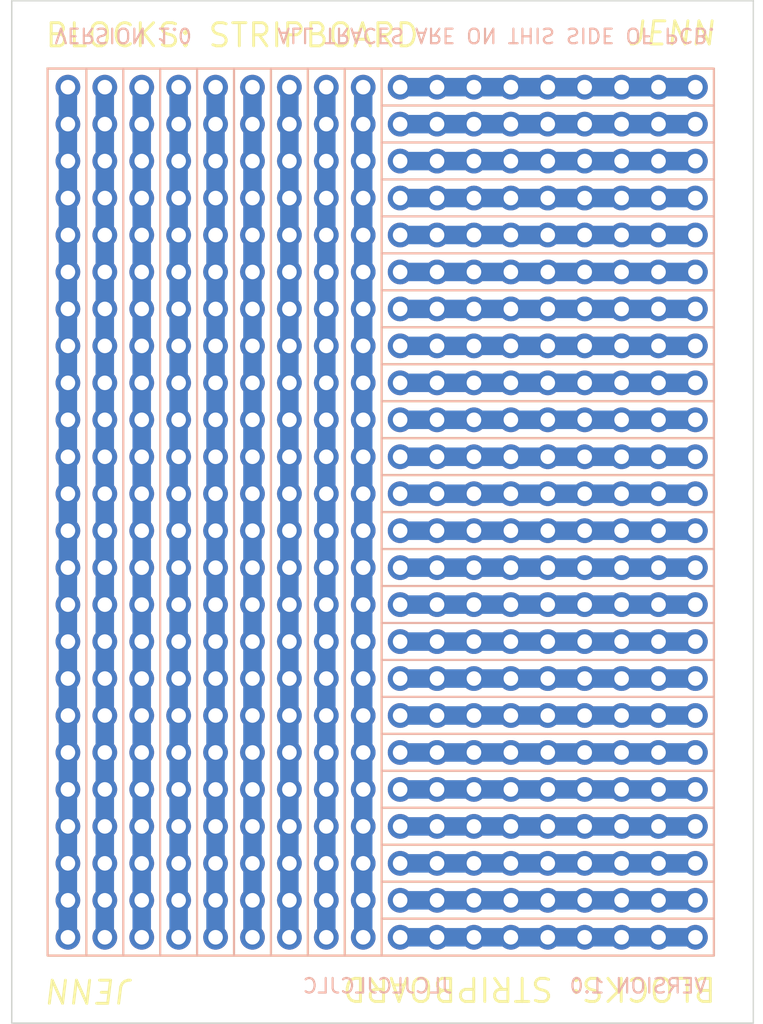
<source format=kicad_pcb>
(kicad_pcb (version 20211014) (generator pcbnew)
  (layers (0 "F.Cu" signal) (31 "B.Cu" signal) (34 "B.Paste" user) (35 "F.Paste" user) (36 "B.SilkS" user "B.Silkscreen") (37 "F.SilkS" user "F.Silkscreen") (38 "B.Mask" user) (39 "F.Mask" user) (44 "Edge.Cuts" user))
  (net 0 "")
  (net 1 "Net-(J12-Pad1)")
  (net 2 "Net-(J13-Pad1)")
  (net 3 "Net-(J17-Pad1)")
  (net 4 "Net-(J18-Pad1)")
  (net 5 "Net-(J10-Pad1)")
  (net 6 "Net-(J11-Pad1)")
  (net 7 "Net-(J14-Pad1)")
  (net 8 "Net-(J15-Pad1)")
  (net 9 "Net-(J16-Pad1)")
  (net 10 "Net-(J5-Pad1)")
  (net 11 "Net-(J5-Pad2)")
  (net 12 "Net-(J5-Pad3)")
  (net 13 "Net-(J5-Pad5)")
  (net 14 "Net-(J8-Pad4)")
  (net 15 "Net-(J8-Pad6)")
  (net 16 "Net-(J8-Pad7)")
  (net 17 "Net-(J8-Pad8)")
  (net 18 "Net-(J8-Pad9)")
  (net 19 "Net-(J8-Pad10)")
  (net 20 "Net-(J8-Pad11)")
  (net 21 "Net-(J8-Pad12)")
  (net 22 "Net-(J8-Pad13)")
  (net 23 "Net-(J8-Pad14)")
  (net 24 "Net-(J8-Pad15)")
  (net 25 "Net-(J8-Pad16)")
  (net 26 "Net-(J8-Pad17)")
  (net 27 "Net-(J8-Pad18)")
  (net 28 "Net-(J8-Pad19)")
  (net 29 "Net-(J8-Pad20)")
  (net 30 "Net-(J8-Pad21)")
  (net 31 "Net-(J8-Pad22)")
  (net 32 "Net-(J8-Pad23)")
  (net 33 "Net-(J8-Pad24)")
  (footprint "A_Personal:Stripboard_1x24_P2.54mm_Vertical" (layer "F.Cu") (at 132.08 50.81)
    (fp_text reference "J15" hide)
    (fp_text value "Conn_01x24")
  )
  (footprint "A_Personal:Stripboard_1x24_P2.54mm_Vertical" (layer "F.Cu") (at 160.02 50.81)
    (fp_text reference "J4" hide)
    (fp_text value "Conn_01x24")
  )
  (footprint "A_Personal:Stripboard_1x24_P2.54mm_Vertical" (layer "F.Cu") (at 134.62 50.81)
    (fp_text reference "J14" hide)
    (fp_text value "Conn_01x24")
  )
  (footprint "A_Personal:Stripboard_1x24_P2.54mm_Vertical" (layer "F.Cu") (at 157.48 50.81)
    (fp_text reference "J5" hide)
    (fp_text value "Conn_01x24")
  )
  (footprint "A_Personal:Stripboard_1x24_P2.54mm_Vertical" (layer "F.Cu") (at 124.46 50.81)
    (fp_text reference "J18" hide)
    (fp_text value "Conn_01x24")
  )
  (footprint "A_Personal:Stripboard_1x24_P2.54mm_Vertical" (layer "F.Cu") (at 149.86 50.81)
    (fp_text reference "J8" hide)
    (fp_text value "Conn_01x24")
  )
  (footprint "A_Personal:Stripboard_1x24_P2.54mm_Vertical" (layer "F.Cu") (at 129.54 50.81)
    (fp_text reference "J16" hide)
    (fp_text value "Conn_01x24")
  )
  (footprint "A_Personal:Stripboard_1x24_P2.54mm_Vertical" (layer "F.Cu") (at 162.56 50.81)
    (fp_text reference "J3" hide)
    (fp_text value "Conn_01x24")
  )
  (footprint "A_Personal:Stripboard_1x24_P2.54mm_Vertical" (layer "F.Cu") (at 152.4 50.81)
    (fp_text reference "J7" hide)
    (fp_text value "Conn_01x24")
  )
  (footprint "A_Personal:Stripboard_1x24_P2.54mm_Vertical" (layer "F.Cu") (at 165.1 50.81)
    (fp_text reference "J2" hide)
    (fp_text value "Conn_01x24")
  )
  (footprint "A_Personal:Stripboard_1x24_P2.54mm_Vertical" (layer "F.Cu") (at 127 50.81)
    (fp_text reference "J17" hide)
    (fp_text value "Conn_01x24")
  )
  (footprint "A_Personal:Stripboard_1x24_P2.54mm_Vertical" (layer "F.Cu") (at 147.32 50.81)
    (fp_text reference "J9" hide)
    (fp_text value "Conn_01x24")
  )
  (footprint "A_Personal:Stripboard_1x24_P2.54mm_Vertical" (layer "F.Cu") (at 144.78 50.81)
    (fp_text reference "J10" hide)
    (fp_text value "Conn_01x24")
  )
  (footprint "A_Personal:Stripboard_1x24_P2.54mm_Vertical" (layer "F.Cu") (at 139.7 50.81)
    (fp_text reference "J12" hide)
    (fp_text value "Conn_01x24")
  )
  (footprint "A_Personal:Stripboard_1x24_P2.54mm_Vertical" (layer "F.Cu") (at 137.16 50.81)
    (fp_text reference "J13" hide)
    (fp_text value "Conn_01x24")
  )
  (footprint "A_Personal:Stripboard_1x24_P2.54mm_Vertical" (layer "F.Cu") (at 154.94 50.81)
    (fp_text reference "J6" hide)
    (fp_text value "Conn_01x24")
  )
  (footprint "A_Personal:Stripboard_1x24_P2.54mm_Vertical" (layer "F.Cu") (at 167.64 50.81)
    (fp_text reference "J1" hide)
    (fp_text value "Conn_01x24")
  )
  (footprint "A_Personal:Stripboard_1x24_P2.54mm_Vertical" (layer "F.Cu") (at 142.24 50.81)
    (fp_text reference "J11" hide)
    (fp_text value "Conn_01x24")
  )
  (gr_line (start 146.05 57.15) (end 168.91 57.15) (layer "B.SilkS") (width 0.15))
  (gr_line (start 138.43 49.53) (end 138.43 110.49) (layer "B.SilkS") (width 0.15))
  (gr_line (start 128.27 49.53) (end 128.27 110.49) (layer "B.SilkS") (width 0.15))
  (gr_line (start 146.05 82.55) (end 168.91 82.55) (layer "B.SilkS") (width 0.15))
  (gr_line (start 146.05 52.07) (end 168.91 52.07) (layer "B.SilkS") (width 0.15))
  (gr_line (start 146.05 105.41) (end 168.91 105.41) (layer "B.SilkS") (width 0.15))
  (gr_line (start 146.05 74.93) (end 168.91 74.93) (layer "B.SilkS") (width 0.15))
  (gr_line (start 133.35 49.53) (end 133.35 110.49) (layer "B.SilkS") (width 0.15))
  (gr_line (start 146.05 69.85) (end 168.91 69.85) (layer "B.SilkS") (width 0.15))
  (gr_line (start 146.05 72.39) (end 168.91 72.39) (layer "B.SilkS") (width 0.15))
  (gr_line (start 146.05 87.63) (end 168.91 87.63) (layer "B.SilkS") (width 0.15))
  (gr_line (start 146.05 49.53) (end 146.05 110.49) (layer "B.SilkS") (width 0.15))
  (gr_line (start 146.05 90.17) (end 168.91 90.17) (layer "B.SilkS") (width 0.15))
  (gr_line (start 146.05 85.09) (end 168.91 85.09) (layer "B.SilkS") (width 0.15))
  (gr_line (start 146.05 59.69) (end 168.91 59.69) (layer "B.SilkS") (width 0.15))
  (gr_line (start 146.05 92.71) (end 168.91 92.71) (layer "B.SilkS") (width 0.15))
  (gr_line (start 146.05 102.87) (end 168.91 102.87) (layer "B.SilkS") (width 0.15))
  (gr_line (start 143.51 49.53) (end 143.51 110.49) (layer "B.SilkS") (width 0.15))
  (gr_line (start 146.05 80.01) (end 168.91 80.01) (layer "B.SilkS") (width 0.15))
  (gr_line (start 146.05 97.79) (end 168.91 97.79) (layer "B.SilkS") (width 0.15))
  (gr_line (start 146.05 62.23) (end 168.91 62.23) (layer "B.SilkS") (width 0.15))
  (gr_rect (start 123.063 49.53) (end 168.91 110.49) (layer "B.SilkS") (width 0.15) (fill none))
  (gr_line (start 146.05 95.25) (end 168.91 95.25) (layer "B.SilkS") (width 0.15))
  (gr_line (start 146.05 77.47) (end 168.91 77.47) (layer "B.SilkS") (width 0.15))
  (gr_line (start 140.97 49.53) (end 140.97 110.49) (layer "B.SilkS") (width 0.15))
  (gr_line (start 146.05 64.77) (end 168.91 64.77) (layer "B.SilkS") (width 0.15))
  (gr_line (start 125.73 49.53) (end 125.73 110.49) (layer "B.SilkS") (width 0.15))
  (gr_line (start 146.05 67.31) (end 168.91 67.31) (layer "B.SilkS") (width 0.15))
  (gr_line (start 130.81 49.53) (end 130.81 110.49) (layer "B.SilkS") (width 0.15))
  (gr_line (start 146.05 100.33) (end 168.91 100.33) (layer "B.SilkS") (width 0.15))
  (gr_line (start 135.89 49.53) (end 135.89 110.49) (layer "B.SilkS") (width 0.15))
  (gr_line (start 146.05 54.61) (end 168.91 54.61) (layer "B.SilkS") (width 0.15))
  (gr_line (start 146.05 107.95) (end 168.91 107.95) (layer "B.SilkS") (width 0.15))
  (gr_line (start 146.05 102.87) (end 168.91 102.87) (layer "F.SilkS") (width 0.15))
  (gr_line (start 146.05 90.17) (end 168.91 90.17) (layer "F.SilkS") (width 0.15))
  (gr_line (start 146.05 85.09) (end 168.91 85.09) (layer "F.SilkS") (width 0.15))
  (gr_line (start 125.73 49.53) (end 125.73 110.49) (layer "F.SilkS") (width 0.15))
  (gr_line (start 146.05 49.53) (end 146.05 110.49) (layer "F.SilkS") (width 0.15))
  (gr_line (start 146.05 92.71) (end 168.91 92.71) (layer "F.SilkS") (width 0.15))
  (gr_line (start 146.05 77.47) (end 168.91 77.47) (layer "F.SilkS") (width 0.15))
  (gr_line (start 140.97 49.53) (end 140.97 110.49) (layer "F.SilkS") (width 0.15))
  (gr_line (start 140.97 49.53) (end 140.97 110.49) (layer "F.SilkS") (width 0.15))
  (gr_line (start 146.05 69.85) (end 168.91 69.85) (layer "F.SilkS") (width 0.15))
  (gr_line (start 133.35 49.53) (end 133.35 110.49) (layer "F.SilkS") (width 0.15))
  (gr_line (start 146.05 102.87) (end 168.91 102.87) (layer "F.SilkS") (width 0.15))
  (gr_line (start 146.05 54.61) (end 168.91 54.61) (layer "F.SilkS") (width 0.15))
  (gr_line (start 138.43 49.53) (end 138.43 110.49) (layer "F.SilkS") (width 0.15))
  (gr_line (start 146.05 95.25) (end 168.91 95.25) (layer "F.SilkS") (width 0.15))
  (gr_line (start 146.05 107.95) (end 168.91 107.95) (layer "F.SilkS") (width 0.15))
  (gr_line (start 146.05 67.31) (end 168.91 67.31) (layer "F.SilkS") (width 0.15))
  (gr_line (start 146.05 82.55) (end 168.91 82.55) (layer "F.SilkS") (width 0.15))
  (gr_rect (start 123.063 49.53) (end 168.91 110.49) (layer "F.SilkS") (width 0.15) (fill none))
  (gr_line (start 146.05 92.71) (end 168.91 92.71) (layer "F.SilkS") (width 0.15))
  (gr_line (start 146.05 64.77) (end 168.91 64.77) (layer "F.SilkS") (width 0.15))
  (gr_line (start 146.05 80.01) (end 168.91 80.01) (layer "F.SilkS") (width 0.15))
  (gr_line (start 143.51 49.53) (end 143.51 110.49) (layer "F.SilkS") (width 0.15))
  (gr_line (start 146.05 59.69) (end 168.91 59.69) (layer "F.SilkS") (width 0.15))
  (gr_line (start 146.05 105.41) (end 168.91 105.41) (layer "F.SilkS") (width 0.15))
  (gr_line (start 146.05 85.09) (end 168.91 85.09) (layer "F.SilkS") (width 0.15))
  (gr_line (start 146.05 59.69) (end 168.91 59.69) (layer "F.SilkS") (width 0.15))
  (gr_line (start 146.05 52.07) (end 168.91 52.07) (layer "F.SilkS") (width 0.15))
  (gr_line (start 146.05 62.23) (end 168.91 62.23) (layer "F.SilkS") (width 0.15))
  (gr_line (start 146.05 100.33) (end 168.91 100.33) (layer "F.SilkS") (width 0.15))
  (gr_line (start 146.05 105.41) (end 168.91 105.41) (layer "F.SilkS") (width 0.15))
  (gr_line (start 143.51 49.53) (end 143.51 110.49) (layer "F.SilkS") (width 0.15))
  (gr_line (start 146.05 90.17) (end 168.91 90.17) (layer "F.SilkS") (width 0.15))
  (gr_line (start 146.05 67.31) (end 168.91 67.31) (layer "F.SilkS") (width 0.15))
  (gr_line (start 146.05 74.93) (end 168.91 74.93) (layer "F.SilkS") (width 0.15))
  (gr_line (start 146.05 82.55) (end 168.91 82.55) (layer "F.SilkS") (width 0.15))
  (gr_line (start 146.558 97.79) (end 168.91 97.79) (layer "F.SilkS") (width 0.15))
  (gr_line (start 146.05 100.33) (end 168.91 100.33) (layer "F.SilkS") (width 0.15))
  (gr_line (start 128.27 49.53) (end 128.27 110.49) (layer "F.SilkS") (width 0.15))
  (gr_line (start 146.05 77.47) (end 168.91 77.47) (layer "F.SilkS") (width 0.15))
  (gr_line (start 146.05 62.23) (end 168.91 62.23) (layer "F.SilkS") (width 0.15))
  (gr_line (start 146.05 97.79) (end 168.91 97.79) (layer "F.SilkS") (width 0.15))
  (gr_rect (start 123.063 49.53) (end 168.91 110.49) (layer "F.SilkS") (width 0.15) (fill none))
  (gr_line (start 130.81 49.53) (end 130.81 110.49) (layer "F.SilkS") (width 0.15))
  (gr_line (start 146.05 95.25) (end 168.91 95.25) (layer "F.SilkS") (width 0.15))
  (gr_line (start 146.05 87.63) (end 168.91 87.63) (layer "F.SilkS") (width 0.15))
  (gr_line (start 135.89 49.53) (end 135.89 110.49) (layer "F.SilkS") (width 0.15))
  (gr_line (start 146.05 72.39) (end 168.91 72.39) (layer "F.SilkS") (width 0.15))
  (gr_line (start 146.05 64.77) (end 168.91 64.77) (layer "F.SilkS") (width 0.15))
  (gr_line (start 146.05 74.93) (end 168.91 74.93) (layer "F.SilkS") (width 0.15))
  (gr_line (start 146.05 54.61) (end 168.91 54.61) (layer "F.SilkS") (width 0.15))
  (gr_line (start 146.05 57.15) (end 168.91 57.15) (layer "F.SilkS") (width 0.15))
  (gr_line (start 146.05 72.39) (end 168.91 72.39) (layer "F.SilkS") (width 0.15))
  (gr_line (start 146.05 69.85) (end 168.91 69.85) (layer "F.SilkS") (width 0.15))
  (gr_line (start 135.89 49.53) (end 135.89 110.49) (layer "F.SilkS") (width 0.15))
  (gr_line (start 146.05 107.95) (end 168.91 107.95) (layer "F.SilkS") (width 0.15))
  (gr_line (start 133.35 49.53) (end 133.35 110.49) (layer "F.SilkS") (width 0.15))
  (gr_line (start 146.05 49.53) (end 146.05 110.49) (layer "F.SilkS") (width 0.15))
  (gr_line (start 146.05 57.15) (end 168.91 57.15) (layer "F.SilkS") (width 0.15))
  (gr_line (start 128.27 49.53) (end 128.27 110.49) (layer "F.SilkS") (width 0.15))
  (gr_line (start 146.05 87.63) (end 168.91 87.63) (layer "F.SilkS") (width 0.15))
  (gr_line (start 146.05 80.01) (end 168.91 80.01) (layer "F.SilkS") (width 0.15))
  (gr_line (start 130.81 49.53) (end 130.81 110.49) (layer "F.SilkS") (width 0.15))
  (gr_line (start 125.73 49.53) (end 125.73 110.49) (layer "F.SilkS") (width 0.15))
  (gr_line (start 146.05 52.07) (end 168.91 52.07) (layer "F.SilkS") (width 0.15))
  (gr_line (start 138.43 49.53) (end 138.43 110.49) (layer "F.SilkS") (width 0.15))
  (gr_rect (start 120.59619 44.87) (end 171.62381 115.128521) (layer "Edge.Cuts") (width 0.1) (fill none))
  (gr_text "VERSION 1.0" (at 128.27 47.244 180) (layer "B.SilkS") (effects (font (size 1 1)) (justify mirror)))
  (gr_text "VERSION 1.0" (at 163.703 112.5728) (layer "B.SilkS") (effects (font (size 1 1)) (justify mirror)))
  (gr_text "ALL TRACES ARE ON THIS SIDE OF PCB." (at 153.924 47.244 180) (layer "B.SilkS") (effects (font (size 1 1)) (justify mirror)))
  (gr_text "JLCJLCJLCJLC" (at 145.7706 112.5728) (layer "B.SilkS") (effects (font (size 1 1)) (justify mirror)))
  (gr_text "BLOCKS: STRIPBOARD" (at 156.21 112.776 180) (layer "F.SilkS") (effects (font (size 1.59 1.59) (thickness 0.2))))
  (gr_text "JENN" (at 165.989 47.117) (layer "F.SilkS") (effects (font (size 1.59 1.59) (thickness 0.2) italic)))
  (gr_text "BLOCKS: STRIPBOARD" (at 135.763 47.244) (layer "F.SilkS") (effects (font (size 1.59 1.59) (thickness 0.2))))
  (gr_text "JENN" (at 125.984 112.903 180) (layer "F.SilkS") (effects (font (size 1.59 1.59) (thickness 0.2) italic)))
  (segment (start 139.7 50.81) (end 139.7 109.23) (width 1.27) (layer "B.Cu") (net 1))
  (segment (start 137.16 50.81) (end 137.16 109.23) (width 1.27) (layer "B.Cu") (net 2))
  (segment (start 127 50.81) (end 127 109.23) (width 1.27) (layer "B.Cu") (net 3))
  (segment (start 124.46 50.81) (end 124.46 109.23) (width 1.27) (layer "B.Cu") (net 4))
  (segment (start 144.78 50.81) (end 144.78 109.23) (width 1.27) (layer "B.Cu") (net 5))
  (segment (start 142.24 50.81) (end 142.24 109.23) (width 1.27) (layer "B.Cu") (net 6))
  (segment (start 134.62 50.81) (end 134.62 109.23) (width 1.27) (layer "B.Cu") (net 7))
  (segment (start 132.08 50.81) (end 132.08 109.23) (width 1.27) (layer "B.Cu") (net 8))
  (segment (start 129.54 50.81) (end 129.54 109.23) (width 1.27) (layer "B.Cu") (net 9))
  (segment (start 147.32 50.81) (end 167.64 50.81) (width 1.27) (layer "B.Cu") (net 10))
  (segment (start 147.32 53.35) (end 167.64 53.35) (width 1.27) (layer "B.Cu") (net 11))
  (segment (start 147.32 55.89) (end 167.64 55.89) (width 1.27) (layer "B.Cu") (net 12))
  (segment (start 147.32 60.97) (end 167.64 60.97) (width 1.27) (layer "B.Cu") (net 13))
  (segment (start 147.32 58.43) (end 167.64 58.43) (width 1.27) (layer "B.Cu") (net 14))
  (segment (start 147.32 63.51) (end 167.64 63.51) (width 1.27) (layer "B.Cu") (net 15))
  (segment (start 147.32 66.05) (end 167.64 66.05) (width 1.27) (layer "B.Cu") (net 16))
  (segment (start 147.32 68.59) (end 167.64 68.59) (width 1.27) (layer "B.Cu") (net 17))
  (segment (start 147.32 71.13) (end 167.64 71.13) (width 1.27) (layer "B.Cu") (net 18))
  (segment (start 147.32 73.67) (end 167.64 73.67) (width 1.27) (layer "B.Cu") (net 19))
  (segment (start 147.32 76.21) (end 167.64 76.21) (width 1.27) (layer "B.Cu") (net 20))
  (segment (start 147.32 78.75) (end 167.64 78.75) (width 1.27) (layer "B.Cu") (net 21))
  (segment (start 147.32 81.29) (end 167.64 81.29) (width 1.27) (layer "B.Cu") (net 22))
  (segment (start 147.32 83.83) (end 167.64 83.83) (width 1.27) (layer "B.Cu") (net 23))
  (segment (start 147.32 86.37) (end 167.64 86.37) (width 1.27) (layer "B.Cu") (net 24))
  (segment (start 147.32 88.91) (end 167.64 88.91) (width 1.27) (layer "B.Cu") (net 25))
  (segment (start 147.32 91.45) (end 167.64 91.45) (width 1.27) (layer "B.Cu") (net 26))
  (segment (start 147.32 93.99) (end 167.64 93.99) (width 1.27) (layer "B.Cu") (net 27))
  (segment (start 147.32 96.53) (end 167.64 96.53) (width 1.27) (layer "B.Cu") (net 28))
  (segment (start 147.32 99.07) (end 167.64 99.07) (width 1.27) (layer "B.Cu") (net 29))
  (segment (start 147.32 101.61) (end 167.64 101.61) (width 1.27) (layer "B.Cu") (net 30))
  (segment (start 147.32 104.15) (end 167.64 104.15) (width 1.27) (layer "B.Cu") (net 31))
  (segment (start 147.32 106.69) (end 167.64 106.69) (width 1.27) (layer "B.Cu") (net 32))
  (segment (start 147.32 109.23) (end 167.64 109.23) (width 1.27) (layer "B.Cu") (net 33))
)
</source>
